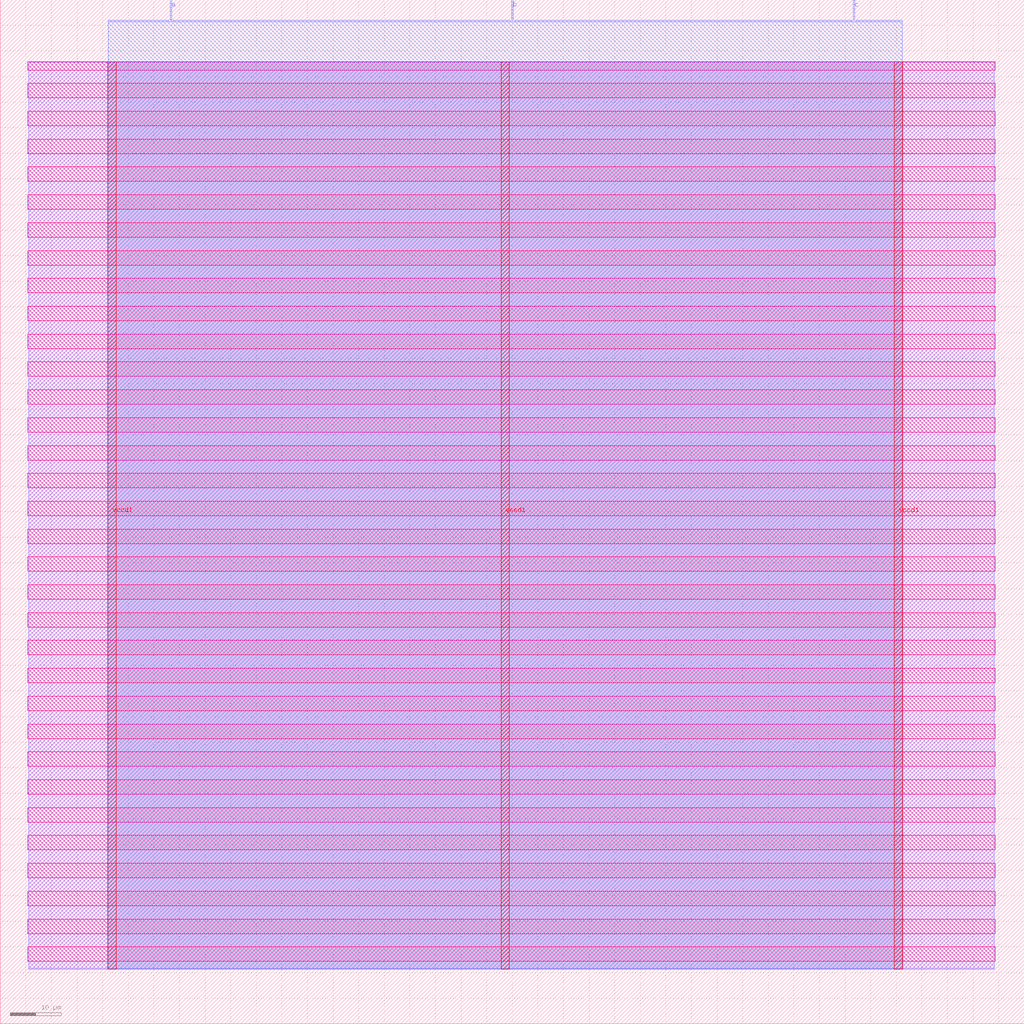
<source format=lef>
VERSION 5.7 ;
  NOWIREEXTENSIONATPIN ON ;
  DIVIDERCHAR "/" ;
  BUSBITCHARS "[]" ;
MACRO t2
  CLASS BLOCK ;
  FOREIGN t2 ;
  ORIGIN 0.000 0.000 ;
  SIZE 200.000 BY 200.000 ;
  PIN a
    DIRECTION INPUT ;
    USE SIGNAL ;
    PORT
      LAYER met2 ;
        RECT 33.210 196.000 33.490 200.000 ;
    END
  END a
  PIN b
    DIRECTION INPUT ;
    USE SIGNAL ;
    PORT
      LAYER met2 ;
        RECT 99.910 196.000 100.190 200.000 ;
    END
  END b
  PIN c
    DIRECTION OUTPUT TRISTATE ;
    USE SIGNAL ;
    PORT
      LAYER met2 ;
        RECT 166.610 196.000 166.890 200.000 ;
    END
  END c
  PIN vccd1
    DIRECTION INOUT ;
    USE POWER ;
    PORT
      LAYER met4 ;
        RECT 21.040 10.640 22.640 187.920 ;
    END
    PORT
      LAYER met4 ;
        RECT 174.640 10.640 176.240 187.920 ;
    END
  END vccd1
  PIN vssd1
    DIRECTION INOUT ;
    USE GROUND ;
    PORT
      LAYER met4 ;
        RECT 97.840 10.640 99.440 187.920 ;
    END
  END vssd1
  OBS
      LAYER nwell ;
        RECT 5.330 186.265 194.310 187.870 ;
        RECT 5.330 180.825 194.310 183.655 ;
        RECT 5.330 175.385 194.310 178.215 ;
        RECT 5.330 169.945 194.310 172.775 ;
        RECT 5.330 164.505 194.310 167.335 ;
        RECT 5.330 159.065 194.310 161.895 ;
        RECT 5.330 153.625 194.310 156.455 ;
        RECT 5.330 148.185 194.310 151.015 ;
        RECT 5.330 142.745 194.310 145.575 ;
        RECT 5.330 137.305 194.310 140.135 ;
        RECT 5.330 131.865 194.310 134.695 ;
        RECT 5.330 126.425 194.310 129.255 ;
        RECT 5.330 120.985 194.310 123.815 ;
        RECT 5.330 115.545 194.310 118.375 ;
        RECT 5.330 110.105 194.310 112.935 ;
        RECT 5.330 104.665 194.310 107.495 ;
        RECT 5.330 99.225 194.310 102.055 ;
        RECT 5.330 93.785 194.310 96.615 ;
        RECT 5.330 88.345 194.310 91.175 ;
        RECT 5.330 82.905 194.310 85.735 ;
        RECT 5.330 77.465 194.310 80.295 ;
        RECT 5.330 72.025 194.310 74.855 ;
        RECT 5.330 66.585 194.310 69.415 ;
        RECT 5.330 61.145 194.310 63.975 ;
        RECT 5.330 55.705 194.310 58.535 ;
        RECT 5.330 50.265 194.310 53.095 ;
        RECT 5.330 44.825 194.310 47.655 ;
        RECT 5.330 39.385 194.310 42.215 ;
        RECT 5.330 33.945 194.310 36.775 ;
        RECT 5.330 28.505 194.310 31.335 ;
        RECT 5.330 23.065 194.310 25.895 ;
        RECT 5.330 17.625 194.310 20.455 ;
        RECT 5.330 12.185 194.310 15.015 ;
      LAYER li1 ;
        RECT 5.520 10.795 194.120 187.765 ;
      LAYER met1 ;
        RECT 5.520 10.640 194.120 187.920 ;
      LAYER met2 ;
        RECT 21.070 195.720 32.930 196.000 ;
        RECT 33.770 195.720 99.630 196.000 ;
        RECT 100.470 195.720 166.330 196.000 ;
        RECT 167.170 195.720 176.210 196.000 ;
        RECT 21.070 10.695 176.210 195.720 ;
      LAYER met3 ;
        RECT 21.050 10.715 176.230 187.845 ;
  END
END t2
END LIBRARY


</source>
